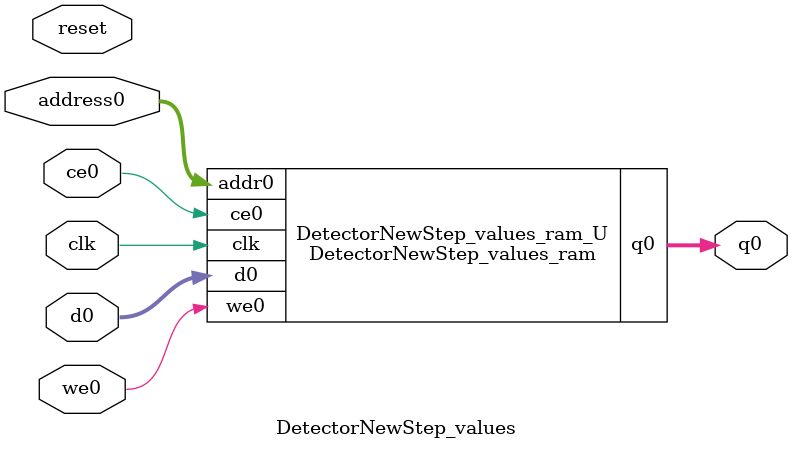
<source format=v>

`timescale 1 ns / 1 ps
module DetectorNewStep_values_ram (addr0, ce0, d0, we0, q0,  clk);

parameter DWIDTH = 32;
parameter AWIDTH = 11;
parameter MEM_SIZE = 2048;

input[AWIDTH-1:0] addr0;
input ce0;
input[DWIDTH-1:0] d0;
input we0;
output reg[DWIDTH-1:0] q0;
input clk;

(* ram_style = "block" *)reg [DWIDTH-1:0] ram[MEM_SIZE-1:0];




always @(posedge clk)  
begin 
    if (ce0) 
    begin
        if (we0) 
        begin 
            ram[addr0] <= d0; 
            q0 <= d0;
        end 
        else 
            q0 <= ram[addr0];
    end
end


endmodule


`timescale 1 ns / 1 ps
module DetectorNewStep_values(
    reset,
    clk,
    address0,
    ce0,
    we0,
    d0,
    q0);

parameter DataWidth = 32'd32;
parameter AddressRange = 32'd2048;
parameter AddressWidth = 32'd11;
input reset;
input clk;
input[AddressWidth - 1:0] address0;
input ce0;
input we0;
input[DataWidth - 1:0] d0;
output[DataWidth - 1:0] q0;



DetectorNewStep_values_ram DetectorNewStep_values_ram_U(
    .clk( clk ),
    .addr0( address0 ),
    .ce0( ce0 ),
    .d0( d0 ),
    .we0( we0 ),
    .q0( q0 ));

endmodule


</source>
